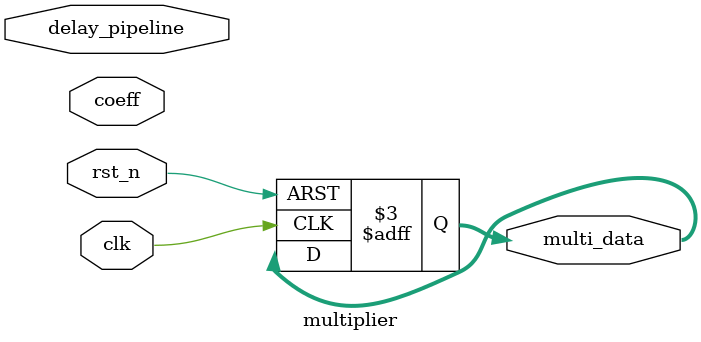
<source format=v>
`timescale 1ns / 1ps


module multiplier(
    input clk,
    input rst_n,
    input [8:0] delay_pipeline,
    input [7:0] coeff,
    output reg [16:0] multi_data
    );
    
    always@(posedge clk or negedge rst_n) begin
      if(!rst_n)    multi_data <= 17'b0 ;
    end
    
    
endmodule

</source>
